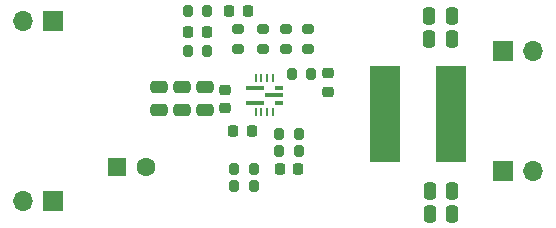
<source format=gbr>
%TF.GenerationSoftware,KiCad,Pcbnew,8.0.5*%
%TF.CreationDate,2024-10-12T15:51:15+02:00*%
%TF.ProjectId,DCDC_converter,44434443-5f63-46f6-9e76-65727465722e,rev?*%
%TF.SameCoordinates,Original*%
%TF.FileFunction,Soldermask,Top*%
%TF.FilePolarity,Negative*%
%FSLAX46Y46*%
G04 Gerber Fmt 4.6, Leading zero omitted, Abs format (unit mm)*
G04 Created by KiCad (PCBNEW 8.0.5) date 2024-10-12 15:51:15*
%MOMM*%
%LPD*%
G01*
G04 APERTURE LIST*
G04 Aperture macros list*
%AMRoundRect*
0 Rectangle with rounded corners*
0 $1 Rounding radius*
0 $2 $3 $4 $5 $6 $7 $8 $9 X,Y pos of 4 corners*
0 Add a 4 corners polygon primitive as box body*
4,1,4,$2,$3,$4,$5,$6,$7,$8,$9,$2,$3,0*
0 Add four circle primitives for the rounded corners*
1,1,$1+$1,$2,$3*
1,1,$1+$1,$4,$5*
1,1,$1+$1,$6,$7*
1,1,$1+$1,$8,$9*
0 Add four rect primitives between the rounded corners*
20,1,$1+$1,$2,$3,$4,$5,0*
20,1,$1+$1,$4,$5,$6,$7,0*
20,1,$1+$1,$6,$7,$8,$9,0*
20,1,$1+$1,$8,$9,$2,$3,0*%
G04 Aperture macros list end*
%ADD10RoundRect,0.250000X0.250000X0.475000X-0.250000X0.475000X-0.250000X-0.475000X0.250000X-0.475000X0*%
%ADD11RoundRect,0.200000X-0.200000X-0.275000X0.200000X-0.275000X0.200000X0.275000X-0.200000X0.275000X0*%
%ADD12RoundRect,0.250000X-0.475000X0.250000X-0.475000X-0.250000X0.475000X-0.250000X0.475000X0.250000X0*%
%ADD13RoundRect,0.200000X-0.275000X0.200000X-0.275000X-0.200000X0.275000X-0.200000X0.275000X0.200000X0*%
%ADD14RoundRect,0.200000X0.275000X-0.200000X0.275000X0.200000X-0.275000X0.200000X-0.275000X-0.200000X0*%
%ADD15RoundRect,0.225000X0.225000X0.250000X-0.225000X0.250000X-0.225000X-0.250000X0.225000X-0.250000X0*%
%ADD16R,1.700000X1.700000*%
%ADD17O,1.700000X1.700000*%
%ADD18R,2.600000X8.200000*%
%ADD19RoundRect,0.200000X0.200000X0.275000X-0.200000X0.275000X-0.200000X-0.275000X0.200000X-0.275000X0*%
%ADD20R,1.600000X1.600000*%
%ADD21C,1.600000*%
%ADD22RoundRect,0.218750X-0.218750X-0.256250X0.218750X-0.256250X0.218750X0.256250X-0.218750X0.256250X0*%
%ADD23RoundRect,0.225000X0.250000X-0.225000X0.250000X0.225000X-0.250000X0.225000X-0.250000X-0.225000X0*%
%ADD24RoundRect,0.225000X-0.250000X0.225000X-0.250000X-0.225000X0.250000X-0.225000X0.250000X0.225000X0*%
%ADD25R,1.500000X0.300000*%
%ADD26R,0.250000X0.700000*%
%ADD27R,0.700000X0.300000*%
G04 APERTURE END LIST*
D10*
%TO.C,C13*%
X89654998Y-53640000D03*
X87755000Y-53640000D03*
%TD*%
D11*
%TO.C,R11*%
X67312500Y-51275000D03*
X68962500Y-51275000D03*
%TD*%
D12*
%TO.C,C4*%
X68772500Y-57735000D03*
X68772500Y-59634998D03*
%TD*%
D10*
%TO.C,C11*%
X89704998Y-68460000D03*
X87805000Y-68460000D03*
%TD*%
D13*
%TO.C,R8*%
X77537500Y-52820000D03*
X77537500Y-54470000D03*
%TD*%
D14*
%TO.C,R4*%
X73732500Y-54475000D03*
X73732500Y-52825000D03*
%TD*%
D15*
%TO.C,C6*%
X68922500Y-53050000D03*
X67372500Y-53050000D03*
%TD*%
D11*
%TO.C,R2*%
X71242500Y-64655000D03*
X72892500Y-64655000D03*
%TD*%
%TO.C,R1*%
X67327500Y-54660000D03*
X68977500Y-54660000D03*
%TD*%
D16*
%TO.C,J4*%
X94037500Y-64830000D03*
D17*
X96577500Y-64830000D03*
%TD*%
D16*
%TO.C,J3*%
X94037500Y-54670000D03*
D17*
X96577500Y-54670000D03*
%TD*%
D18*
%TO.C,L1*%
X84037500Y-60000000D03*
X89637500Y-60000000D03*
%TD*%
D19*
%TO.C,R10*%
X76722500Y-63125000D03*
X75072500Y-63125000D03*
%TD*%
D20*
%TO.C,C1*%
X61317500Y-64440000D03*
D21*
X63817500Y-64440000D03*
%TD*%
D22*
%TO.C,D1*%
X70850000Y-51275000D03*
X72425000Y-51275000D03*
%TD*%
D23*
%TO.C,C8*%
X79182500Y-58095000D03*
X79182500Y-56545000D03*
%TD*%
D16*
%TO.C,J2*%
X55937500Y-67370000D03*
D17*
X53397500Y-67370000D03*
%TD*%
D11*
%TO.C,R3*%
X71242500Y-66115000D03*
X72892500Y-66115000D03*
%TD*%
%TO.C,R7*%
X75072500Y-61665000D03*
X76722500Y-61665000D03*
%TD*%
D14*
%TO.C,R6*%
X71605000Y-54475000D03*
X71605000Y-52825000D03*
%TD*%
D15*
%TO.C,C9*%
X76672500Y-64655000D03*
X75122500Y-64655000D03*
%TD*%
D12*
%TO.C,C3*%
X66812500Y-57735002D03*
X66812500Y-59635000D03*
%TD*%
D16*
%TO.C,J1*%
X55937500Y-52130000D03*
D17*
X53397500Y-52130000D03*
%TD*%
D10*
%TO.C,C10*%
X89704998Y-66500000D03*
X87805000Y-66500000D03*
%TD*%
%TO.C,C12*%
X89654999Y-51680000D03*
X87755001Y-51680000D03*
%TD*%
D24*
%TO.C,C5*%
X70482500Y-57925000D03*
X70482500Y-59475000D03*
%TD*%
D12*
%TO.C,C2*%
X64852500Y-57735002D03*
X64852500Y-59635000D03*
%TD*%
D11*
%TO.C,R5*%
X76142500Y-56565000D03*
X77792500Y-56565000D03*
%TD*%
D25*
%TO.C,U1*%
X73012500Y-57755000D03*
X73012500Y-59055000D03*
D26*
X73062500Y-59855000D03*
X73562500Y-59855000D03*
X74062500Y-59855000D03*
X74562500Y-59855000D03*
D27*
X75012500Y-59055000D03*
D25*
X74612500Y-58405000D03*
D27*
X75012500Y-57755000D03*
D26*
X74562500Y-56955000D03*
X74062500Y-56955000D03*
X73562500Y-56955000D03*
X73062500Y-56955000D03*
%TD*%
D15*
%TO.C,C7*%
X72742500Y-61395000D03*
X71192500Y-61395000D03*
%TD*%
D14*
%TO.C,R9*%
X75637500Y-54470000D03*
X75637500Y-52820000D03*
%TD*%
M02*

</source>
